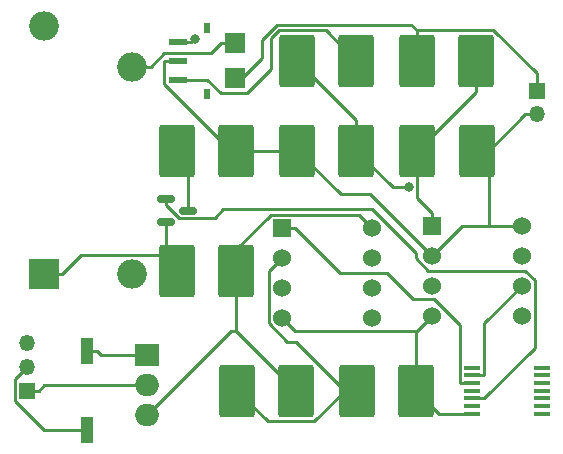
<source format=gbr>
%TF.GenerationSoftware,KiCad,Pcbnew,6.0.2+dfsg-1*%
%TF.CreationDate,2023-03-19T16:54:36+01:00*%
%TF.ProjectId,recruitment,72656372-7569-4746-9d65-6e742e6b6963,rev?*%
%TF.SameCoordinates,Original*%
%TF.FileFunction,Copper,L1,Top*%
%TF.FilePolarity,Positive*%
%FSLAX46Y46*%
G04 Gerber Fmt 4.6, Leading zero omitted, Abs format (unit mm)*
G04 Created by KiCad (PCBNEW 6.0.2+dfsg-1) date 2023-03-19 16:54:36*
%MOMM*%
%LPD*%
G01*
G04 APERTURE LIST*
G04 Aperture macros list*
%AMRoundRect*
0 Rectangle with rounded corners*
0 $1 Rounding radius*
0 $2 $3 $4 $5 $6 $7 $8 $9 X,Y pos of 4 corners*
0 Add a 4 corners polygon primitive as box body*
4,1,4,$2,$3,$4,$5,$6,$7,$8,$9,$2,$3,0*
0 Add four circle primitives for the rounded corners*
1,1,$1+$1,$2,$3*
1,1,$1+$1,$4,$5*
1,1,$1+$1,$6,$7*
1,1,$1+$1,$8,$9*
0 Add four rect primitives between the rounded corners*
20,1,$1+$1,$2,$3,$4,$5,0*
20,1,$1+$1,$4,$5,$6,$7,0*
20,1,$1+$1,$6,$7,$8,$9,0*
20,1,$1+$1,$8,$9,$2,$3,0*%
G04 Aperture macros list end*
%TA.AperFunction,SMDPad,CuDef*%
%ADD10RoundRect,0.250001X-1.262499X-1.974999X1.262499X-1.974999X1.262499X1.974999X-1.262499X1.974999X0*%
%TD*%
%TA.AperFunction,ComponentPad*%
%ADD11R,1.350000X1.350000*%
%TD*%
%TA.AperFunction,ComponentPad*%
%ADD12O,1.350000X1.350000*%
%TD*%
%TA.AperFunction,SMDPad,CuDef*%
%ADD13RoundRect,0.150000X-0.587500X-0.150000X0.587500X-0.150000X0.587500X0.150000X-0.587500X0.150000X0*%
%TD*%
%TA.AperFunction,SMDPad,CuDef*%
%ADD14R,1.600000X0.500000*%
%TD*%
%TA.AperFunction,SMDPad,CuDef*%
%ADD15R,0.600000X0.900000*%
%TD*%
%TA.AperFunction,SMDPad,CuDef*%
%ADD16R,1.700000X1.800000*%
%TD*%
%TA.AperFunction,ComponentPad*%
%ADD17R,1.524000X1.524000*%
%TD*%
%TA.AperFunction,ComponentPad*%
%ADD18C,1.524000*%
%TD*%
%TA.AperFunction,ComponentPad*%
%ADD19R,2.000000X1.905000*%
%TD*%
%TA.AperFunction,ComponentPad*%
%ADD20O,2.000000X1.905000*%
%TD*%
%TA.AperFunction,SMDPad,CuDef*%
%ADD21R,1.409700X0.355600*%
%TD*%
%TA.AperFunction,SMDPad,CuDef*%
%ADD22R,1.120000X2.160000*%
%TD*%
%TA.AperFunction,ComponentPad*%
%ADD23R,2.500000X2.500000*%
%TD*%
%TA.AperFunction,ComponentPad*%
%ADD24O,2.500000X2.500000*%
%TD*%
%TA.AperFunction,ViaPad*%
%ADD25C,0.800000*%
%TD*%
%TA.AperFunction,Conductor*%
%ADD26C,0.250000*%
%TD*%
G04 APERTURE END LIST*
D10*
%TO.P,Rload2,1*%
%TO.N,/V_Nload*%
X144835000Y-88900000D03*
%TO.P,Rload2,2*%
%TO.N,GND*%
X149860000Y-88900000D03*
%TD*%
%TO.P,Rhall2,1*%
%TO.N,GND*%
X134647500Y-88900000D03*
%TO.P,Rhall2,2*%
%TO.N,/V_Nhall*%
X139672500Y-88900000D03*
%TD*%
D11*
%TO.P,LoadConnect1,1,Pin_1*%
%TO.N,Net-(HallSensor1-Pad5)*%
X154940000Y-83820000D03*
D12*
%TO.P,LoadConnect1,2,Pin_2*%
%TO.N,GND*%
X154940000Y-85820000D03*
%TD*%
D13*
%TO.P,Q1,1,G*%
%TO.N,/V_ff*%
X123522500Y-93030000D03*
%TO.P,Q1,2,S*%
%TO.N,Net-(Q1-Pad2)*%
X123522500Y-94930000D03*
%TO.P,Q1,3,D*%
%TO.N,Net-(Q1-Pad3)*%
X125397500Y-93980000D03*
%TD*%
D11*
%TO.P,SupplyConnect1,1,Pin_1*%
%TO.N,GND*%
X111760000Y-109220000D03*
D12*
%TO.P,SupplyConnect1,2,Pin_2*%
%TO.N,Net-(SW1-Pad1)*%
X111760000Y-107220000D03*
%TO.P,SupplyConnect1,3,Pin_3*%
%TO.N,Net-(Relay1-Pad3)*%
X111760000Y-105220000D03*
%TD*%
D10*
%TO.P,Rref2,1*%
%TO.N,/V_ref*%
X139727500Y-109220000D03*
%TO.P,Rref2,2*%
%TO.N,GND*%
X144752500Y-109220000D03*
%TD*%
D14*
%TO.P,HallSensor1,1,VCC*%
%TO.N,/Vcc*%
X124550000Y-79680000D03*
%TO.P,HallSensor1,2,GND*%
%TO.N,GND*%
X124550000Y-81280000D03*
%TO.P,HallSensor1,3,VOUT*%
%TO.N,Net-(HallSensor1-Pad3)*%
X124550000Y-82880000D03*
D15*
%TO.P,HallSensor1,4,NC*%
%TO.N,unconnected-(HallSensor1-Pad4)*%
X127050000Y-84080000D03*
D16*
%TO.P,HallSensor1,5,IP+*%
%TO.N,Net-(HallSensor1-Pad5)*%
X129400000Y-82780000D03*
%TO.P,HallSensor1,6,IP-*%
%TO.N,Net-(HallSensor1-Pad6)*%
X129400000Y-79780000D03*
D15*
%TO.P,HallSensor1,7,NC*%
%TO.N,unconnected-(HallSensor1-Pad7)*%
X127050000Y-78480000D03*
%TD*%
D17*
%TO.P,multiplier1,1,Y1*%
%TO.N,/V_Nload*%
X146050000Y-95250000D03*
D18*
%TO.P,multiplier1,2,Y2*%
%TO.N,GND*%
X146050000Y-97790000D03*
%TO.P,multiplier1,3,VN*%
X146050000Y-100330000D03*
%TO.P,multiplier1,4,Z*%
X146050000Y-102870000D03*
%TO.P,multiplier1,5,W*%
%TO.N,/V_pot*%
X153670000Y-102870000D03*
%TO.P,multiplier1,6,VP*%
%TO.N,/Vcc*%
X153670000Y-100330000D03*
%TO.P,multiplier1,7,X2*%
%TO.N,/V_Nhall*%
X153670000Y-97790000D03*
%TO.P,multiplier1,8,X1*%
%TO.N,GND*%
X153670000Y-95250000D03*
%TD*%
D19*
%TO.P,regolator1,1,VI*%
%TO.N,Net-(SW1-Pad2)*%
X121920000Y-106181300D03*
D20*
%TO.P,regolator1,2,GND*%
%TO.N,GND*%
X121920000Y-108721300D03*
%TO.P,regolator1,3,VO*%
%TO.N,/Vcc*%
X121920000Y-111261300D03*
%TD*%
D10*
%TO.P,Rref1,1*%
%TO.N,/V_ref*%
X129567500Y-109220000D03*
%TO.P,Rref1,2*%
%TO.N,/Vcc*%
X134592500Y-109220000D03*
%TD*%
%TO.P,Rhall1,1*%
%TO.N,/V_Nhall*%
X134647500Y-81280000D03*
%TO.P,Rhall1,2*%
%TO.N,Net-(HallSensor1-Pad3)*%
X139672500Y-81280000D03*
%TD*%
D21*
%TO.P,flipflop1,1,1RD*%
%TO.N,unconnected-(flipflop1-Pad1)*%
X149447250Y-107269999D03*
%TO.P,flipflop1,2,1D*%
%TO.N,/Vcc*%
X149447250Y-107920000D03*
%TO.P,flipflop1,3,1CP*%
%TO.N,/V_comp*%
X149447250Y-108570001D03*
%TO.P,flipflop1,4,1SD*%
%TO.N,unconnected-(flipflop1-Pad4)*%
X149447250Y-109220000D03*
%TO.P,flipflop1,5,1Q*%
%TO.N,/V_ff*%
X149447250Y-109869999D03*
%TO.P,flipflop1,6,1\u002AQ*%
%TO.N,unconnected-(flipflop1-Pad6)*%
X149447250Y-110520000D03*
%TO.P,flipflop1,7,GND*%
%TO.N,GND*%
X149447250Y-111169999D03*
%TO.P,flipflop1,8,2\u002AQ*%
%TO.N,unconnected-(flipflop1-Pad8)*%
X155352750Y-111170001D03*
%TO.P,flipflop1,9,2Q*%
%TO.N,unconnected-(flipflop1-Pad9)*%
X155352750Y-110520000D03*
%TO.P,flipflop1,10,2SD*%
%TO.N,unconnected-(flipflop1-Pad10)*%
X155352750Y-109870001D03*
%TO.P,flipflop1,11,2CP*%
%TO.N,unconnected-(flipflop1-Pad11)*%
X155352750Y-109220000D03*
%TO.P,flipflop1,12,2D*%
%TO.N,unconnected-(flipflop1-Pad12)*%
X155352750Y-108570001D03*
%TO.P,flipflop1,13,2RD*%
%TO.N,unconnected-(flipflop1-Pad13)*%
X155352750Y-107920000D03*
%TO.P,flipflop1,14,VCC*%
%TO.N,unconnected-(flipflop1-Pad14)*%
X155352750Y-107270001D03*
%TD*%
D10*
%TO.P,Rload1,1*%
%TO.N,Net-(HallSensor1-Pad5)*%
X144780000Y-81280000D03*
%TO.P,Rload1,2*%
%TO.N,/V_Nload*%
X149805000Y-81280000D03*
%TD*%
D22*
%TO.P,SW1,1,A*%
%TO.N,Net-(SW1-Pad1)*%
X116840000Y-112585000D03*
%TO.P,SW1,2,B*%
%TO.N,Net-(SW1-Pad2)*%
X116840000Y-105855000D03*
%TD*%
D17*
%TO.P,Comparator1,1,OUT*%
%TO.N,/V_comp*%
X133350000Y-95419500D03*
D18*
%TO.P,Comparator1,2,IN-*%
%TO.N,/V_ref*%
X133350000Y-97959500D03*
%TO.P,Comparator1,3,IN+*%
%TO.N,/V_pot*%
X133350000Y-100499500D03*
%TO.P,Comparator1,4,V-*%
%TO.N,GND*%
X133350000Y-103039500D03*
%TO.P,Comparator1,5,IN+*%
%TO.N,unconnected-(Comparator1-Pad5)*%
X140970000Y-103039500D03*
%TO.P,Comparator1,6,IN-*%
%TO.N,unconnected-(Comparator1-Pad6)*%
X140970000Y-100499500D03*
%TO.P,Comparator1,7,OUT*%
%TO.N,unconnected-(Comparator1-Pad7)*%
X140970000Y-97959500D03*
%TO.P,Comparator1,8,V+*%
%TO.N,/Vcc*%
X140970000Y-95419500D03*
%TD*%
D10*
%TO.P,Rrelay2,1*%
%TO.N,Net-(Q1-Pad3)*%
X124460000Y-88900000D03*
%TO.P,Rrelay2,2*%
%TO.N,GND*%
X129485000Y-88900000D03*
%TD*%
%TO.P,Rrelay1,1*%
%TO.N,Net-(Q1-Pad2)*%
X124487500Y-99060000D03*
%TO.P,Rrelay1,2*%
%TO.N,/Vcc*%
X129512500Y-99060000D03*
%TD*%
D23*
%TO.P,Relay1,1*%
%TO.N,Net-(Q1-Pad2)*%
X113182500Y-99307500D03*
D24*
%TO.P,Relay1,3*%
%TO.N,Net-(Relay1-Pad3)*%
X113182500Y-78307500D03*
%TO.P,Relay1,5*%
%TO.N,Net-(HallSensor1-Pad6)*%
X120682500Y-81807500D03*
%TO.P,Relay1,6*%
%TO.N,GND*%
X120682500Y-99307500D03*
%TD*%
D25*
%TO.N,/Vcc*%
X126050000Y-79435400D03*
%TO.N,/V_Nhall*%
X144108700Y-91974300D03*
%TD*%
D26*
%TO.N,/Vcc*%
X139879100Y-94328600D02*
X140970000Y-95419500D01*
X129512500Y-99060000D02*
X129512500Y-104140000D01*
X129512500Y-104140000D02*
X129041300Y-104140000D01*
X129512500Y-99060000D02*
X129512500Y-97265100D01*
X150477500Y-103522500D02*
X153670000Y-100330000D01*
X132449000Y-94328600D02*
X139879100Y-94328600D01*
X125919900Y-79435400D02*
X125675300Y-79680000D01*
X150477500Y-107920000D02*
X150477500Y-103522500D01*
X129041300Y-104140000D02*
X121920000Y-111261300D01*
X149447300Y-107920000D02*
X150477500Y-107920000D01*
X129512500Y-97265100D02*
X132449000Y-94328600D01*
X124550000Y-79680000D02*
X125675300Y-79680000D01*
X129512500Y-104140000D02*
X134592500Y-109220000D01*
X126050000Y-79435400D02*
X125919900Y-79435400D01*
%TO.N,/V_comp*%
X133350000Y-95419500D02*
X134437300Y-95419500D01*
X146226700Y-101440900D02*
X144489900Y-101440900D01*
X142278500Y-99229500D02*
X138247300Y-99229500D01*
X144489900Y-101440900D02*
X142278500Y-99229500D01*
X148417200Y-103631400D02*
X146226700Y-101440900D01*
X149447300Y-108570000D02*
X148417200Y-108570000D01*
X148417200Y-108570000D02*
X148417200Y-103631400D01*
X138247300Y-99229500D02*
X134437300Y-95419500D01*
%TO.N,/V_ff*%
X144695300Y-97545900D02*
X141027600Y-93878200D01*
X154781500Y-99884100D02*
X153957400Y-99060000D01*
X128401500Y-93878200D02*
X127672100Y-94607600D01*
X141027600Y-93878200D02*
X128401500Y-93878200D01*
X150477500Y-109870000D02*
X154781500Y-105566000D01*
X124612600Y-94607600D02*
X123522500Y-93517500D01*
X123522500Y-93517500D02*
X123522500Y-93030000D01*
X127672100Y-94607600D02*
X124612600Y-94607600D01*
X153957400Y-99060000D02*
X145777800Y-99060000D01*
X145777800Y-99060000D02*
X144695300Y-97977500D01*
X154781500Y-105566000D02*
X154781500Y-99884100D01*
X144695300Y-97977500D02*
X144695300Y-97545900D01*
X149447300Y-109870000D02*
X150477500Y-109870000D01*
%TO.N,GND*%
X150859700Y-95250000D02*
X153670000Y-95250000D01*
X113259000Y-108721300D02*
X112760300Y-109220000D01*
X121920000Y-108721300D02*
X113259000Y-108721300D01*
X111760000Y-109220000D02*
X112760300Y-109220000D01*
X138346300Y-92598800D02*
X134647500Y-88900000D01*
X140858800Y-92598800D02*
X138346300Y-92598800D01*
X129485000Y-88900000D02*
X134647500Y-88900000D01*
X154940000Y-85820000D02*
X153939700Y-85820000D01*
X124550000Y-81280000D02*
X123424700Y-81280000D01*
X123424700Y-83292300D02*
X129032400Y-88900000D01*
X146050000Y-102870000D02*
X144786400Y-104133600D01*
X150859700Y-88900000D02*
X153939700Y-85820000D01*
X146050000Y-97790000D02*
X140858800Y-92598800D01*
X144752500Y-104133600D02*
X134444100Y-104133600D01*
X150859700Y-95250000D02*
X150859700Y-88900000D01*
X146050000Y-97790000D02*
X148590000Y-95250000D01*
X123424700Y-81280000D02*
X123424700Y-83292300D01*
X149860000Y-88900000D02*
X150859700Y-88900000D01*
X129032400Y-88900000D02*
X129485000Y-88900000D01*
X149447300Y-111170000D02*
X146702500Y-111170000D01*
X134444100Y-104133600D02*
X133350000Y-103039500D01*
X148590000Y-95250000D02*
X150859700Y-95250000D01*
X144786400Y-104133600D02*
X144752500Y-104133600D01*
X144752500Y-109220000D02*
X144752500Y-104133600D01*
X146702500Y-111170000D02*
X144752500Y-109220000D01*
%TO.N,/V_Nload*%
X146050000Y-95250000D02*
X146050000Y-94162700D01*
X144835000Y-88900000D02*
X149805000Y-83930000D01*
X146050000Y-94162700D02*
X144835000Y-92947700D01*
X149805000Y-83930000D02*
X149805000Y-81280000D01*
X144835000Y-92947700D02*
X144835000Y-88900000D01*
%TO.N,/V_Nhall*%
X142746800Y-91974300D02*
X144108700Y-91974300D01*
X139672500Y-86305000D02*
X139672500Y-88900000D01*
X139672500Y-88900000D02*
X142746800Y-91974300D01*
X134647500Y-81280000D02*
X139672500Y-86305000D01*
%TO.N,Net-(HallSensor1-Pad3)*%
X132444200Y-81952100D02*
X132444200Y-79386700D01*
X132444200Y-79386700D02*
X133125900Y-78705000D01*
X137097500Y-78705000D02*
X139672500Y-81280000D01*
X128185500Y-84005400D02*
X130390900Y-84005400D01*
X124550000Y-82880000D02*
X127060100Y-82880000D01*
X133125900Y-78705000D02*
X137097500Y-78705000D01*
X127060100Y-82880000D02*
X128185500Y-84005400D01*
X130390900Y-84005400D02*
X132444200Y-81952100D01*
%TO.N,Net-(HallSensor1-Pad5)*%
X151272300Y-78680300D02*
X154940000Y-82348000D01*
X144338600Y-78238900D02*
X144780000Y-78680300D01*
X131691400Y-79489000D02*
X132941500Y-78238900D01*
X129400000Y-82780000D02*
X129987700Y-82780000D01*
X129987700Y-82780000D02*
X131691400Y-81076300D01*
X132941500Y-78238900D02*
X144338600Y-78238900D01*
X154940000Y-82348000D02*
X154940000Y-83820000D01*
X131691400Y-81076300D02*
X131691400Y-79489000D01*
X144780000Y-78680300D02*
X144780000Y-81280000D01*
X144780000Y-78680300D02*
X151272300Y-78680300D01*
%TO.N,Net-(HallSensor1-Pad6)*%
X128224700Y-79780000D02*
X127362800Y-80641900D01*
X127362800Y-80641900D02*
X123423400Y-80641900D01*
X120682500Y-81807500D02*
X122257800Y-81807500D01*
X129400000Y-79780000D02*
X128224700Y-79780000D01*
X123423400Y-80641900D02*
X122257800Y-81807500D01*
%TO.N,Net-(Q1-Pad3)*%
X124460000Y-88900000D02*
X125397500Y-89837500D01*
X125397500Y-89837500D02*
X125397500Y-93980000D01*
%TO.N,Net-(Q1-Pad2)*%
X123522500Y-97718600D02*
X124487500Y-98683600D01*
X123522500Y-97718600D02*
X123522500Y-94930000D01*
X116346700Y-97718600D02*
X123522500Y-97718600D01*
X124487500Y-98683600D02*
X124487500Y-99060000D01*
X113182500Y-99307500D02*
X114757800Y-99307500D01*
X114757800Y-99307500D02*
X116346700Y-97718600D01*
%TO.N,/V_ref*%
X136124700Y-111812100D02*
X132159600Y-111812100D01*
X133830900Y-105096800D02*
X132260500Y-103526400D01*
X139727500Y-109220000D02*
X139698200Y-109249300D01*
X138687500Y-109249300D02*
X134535000Y-105096800D01*
X132159600Y-111812100D02*
X129567500Y-109220000D01*
X134535000Y-105096800D02*
X133830900Y-105096800D01*
X132260500Y-103526400D02*
X132260500Y-99049000D01*
X139698200Y-109249300D02*
X138687500Y-109249300D01*
X138687500Y-109249300D02*
X136124700Y-111812100D01*
X132260500Y-99049000D02*
X133350000Y-97959500D01*
%TO.N,Net-(SW1-Pad2)*%
X121920000Y-106181300D02*
X118051600Y-106181300D01*
X116840000Y-105855000D02*
X117725300Y-105855000D01*
X118051600Y-106181300D02*
X117725300Y-105855000D01*
%TO.N,Net-(SW1-Pad1)*%
X110759600Y-108220400D02*
X110759600Y-110109400D01*
X111760000Y-107220000D02*
X110759600Y-108220400D01*
X110759600Y-110109400D02*
X113235200Y-112585000D01*
X113235200Y-112585000D02*
X116840000Y-112585000D01*
%TD*%
M02*

</source>
